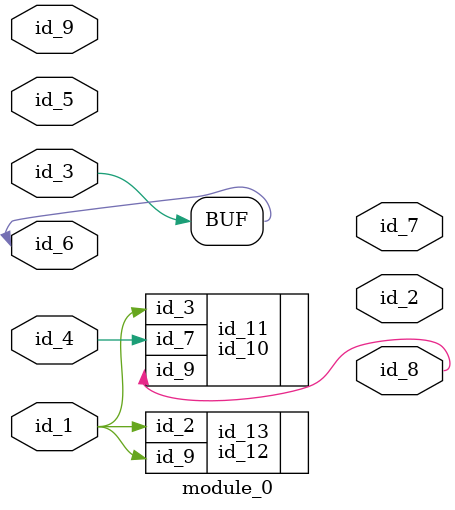
<source format=v>
module module_0 (
    id_1,
    id_2,
    id_3,
    id_4,
    id_5,
    id_6,
    id_7,
    id_8,
    id_9
);
  input id_9;
  output id_8;
  output id_7;
  input id_6;
  input id_5;
  input id_4;
  input id_3;
  output id_2;
  input id_1;
  id_10 id_11 (
      .id_9(id_8),
      .id_3(id_1),
      .id_7(id_4)
  );
  id_12 id_13 (
      .id_2(id_1),
      .id_9(id_1)
  );
  assign id_3 = id_6;
endmodule

</source>
